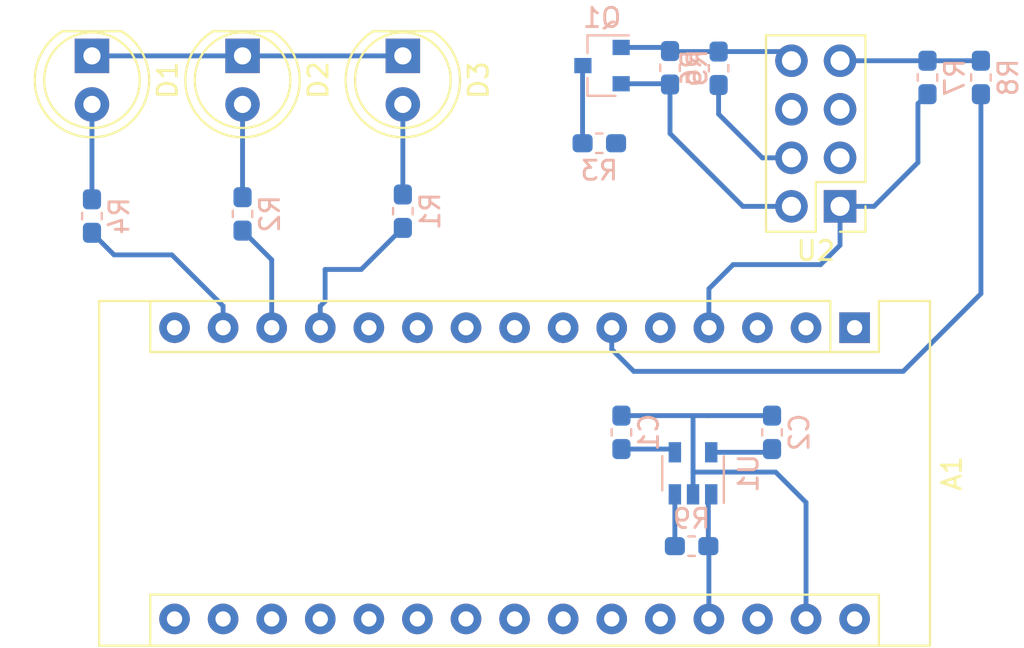
<source format=kicad_pcb>
(kicad_pcb (version 20171130) (host pcbnew "(5.1.0)-1")

  (general
    (thickness 1.6)
    (drawings 0)
    (tracks 67)
    (zones 0)
    (modules 18)
    (nets 42)
  )

  (page A4)
  (layers
    (0 F.Cu signal)
    (31 B.Cu signal)
    (32 B.Adhes user)
    (33 F.Adhes user)
    (34 B.Paste user)
    (35 F.Paste user)
    (36 B.SilkS user)
    (37 F.SilkS user)
    (38 B.Mask user)
    (39 F.Mask user)
    (40 Dwgs.User user)
    (41 Cmts.User user)
    (42 Eco1.User user)
    (43 Eco2.User user)
    (44 Edge.Cuts user)
    (45 Margin user)
    (46 B.CrtYd user)
    (47 F.CrtYd user)
    (48 B.Fab user)
    (49 F.Fab user)
  )

  (setup
    (last_trace_width 0.254)
    (user_trace_width 0.254)
    (trace_clearance 0.2)
    (zone_clearance 0.508)
    (zone_45_only no)
    (trace_min 0.2)
    (via_size 0.8)
    (via_drill 0.4)
    (via_min_size 0.4)
    (via_min_drill 0.3)
    (uvia_size 0.3)
    (uvia_drill 0.1)
    (uvias_allowed no)
    (uvia_min_size 0.2)
    (uvia_min_drill 0.1)
    (edge_width 0.05)
    (segment_width 0.2)
    (pcb_text_width 0.3)
    (pcb_text_size 1.5 1.5)
    (mod_edge_width 0.12)
    (mod_text_size 1 1)
    (mod_text_width 0.15)
    (pad_size 1.524 1.524)
    (pad_drill 0.762)
    (pad_to_mask_clearance 0.051)
    (solder_mask_min_width 0.25)
    (aux_axis_origin 0 0)
    (visible_elements 7FFFFFFF)
    (pcbplotparams
      (layerselection 0x010fc_ffffffff)
      (usegerberextensions false)
      (usegerberattributes false)
      (usegerberadvancedattributes false)
      (creategerberjobfile false)
      (excludeedgelayer true)
      (linewidth 0.100000)
      (plotframeref false)
      (viasonmask false)
      (mode 1)
      (useauxorigin false)
      (hpglpennumber 1)
      (hpglpenspeed 20)
      (hpglpendiameter 15.000000)
      (psnegative false)
      (psa4output false)
      (plotreference true)
      (plotvalue true)
      (plotinvisibletext false)
      (padsonsilk false)
      (subtractmaskfromsilk false)
      (outputformat 1)
      (mirror false)
      (drillshape 1)
      (scaleselection 1)
      (outputdirectory ""))
  )

  (net 0 "")
  (net 1 A_TX)
  (net 2 "Net-(A1-Pad17)")
  (net 3 A_RX)
  (net 4 "Net-(A1-Pad18)")
  (net 5 "Net-(A1-Pad3)")
  (net 6 "Net-(A1-Pad19)")
  (net 7 GND)
  (net 8 "Net-(A1-Pad20)")
  (net 9 "Net-(A1-Pad21)")
  (net 10 "Net-(A1-Pad22)")
  (net 11 "Net-(A1-Pad7)")
  (net 12 "Net-(A1-Pad23)")
  (net 13 "Net-(A1-Pad8)")
  (net 14 "Net-(A1-Pad24)")
  (net 15 "Net-(A1-Pad9)")
  (net 16 "Net-(A1-Pad25)")
  (net 17 "Net-(A1-Pad10)")
  (net 18 "Net-(A1-Pad26)")
  (net 19 "Net-(A1-Pad11)")
  (net 20 5V0)
  (net 21 "Net-(A1-Pad12)")
  (net 22 "Net-(A1-Pad28)")
  (net 23 "Net-(A1-Pad13)")
  (net 24 "Net-(A1-Pad14)")
  (net 25 "Net-(A1-Pad30)")
  (net 26 "Net-(A1-Pad15)")
  (net 27 "Net-(A1-Pad16)")
  (net 28 "Net-(C1-Pad1)")
  (net 29 3V3)
  (net 30 "Net-(D1-Pad2)")
  (net 31 "Net-(D2-Pad2)")
  (net 32 "Net-(D3-Pad2)")
  (net 33 "Net-(Q1-Pad2)")
  (net 34 "Net-(R6-Pad2)")
  (net 35 "Net-(R7-Pad2)")
  (net 36 "Net-(U2-Pad3)")
  (net 37 "Net-(U2-Pad5)")
  (net 38 "Net-(U2-Pad6)")
  (net 39 "Net-(A1-Pad1)")
  (net 40 "Net-(A1-Pad2)")
  (net 41 "Net-(R9-Pad2)")

  (net_class Default "This is the default net class."
    (clearance 0.2)
    (trace_width 0.25)
    (via_dia 0.8)
    (via_drill 0.4)
    (uvia_dia 0.3)
    (uvia_drill 0.1)
    (add_net 3V3)
    (add_net 5V0)
    (add_net A_RX)
    (add_net A_TX)
    (add_net GND)
    (add_net "Net-(A1-Pad1)")
    (add_net "Net-(A1-Pad10)")
    (add_net "Net-(A1-Pad11)")
    (add_net "Net-(A1-Pad12)")
    (add_net "Net-(A1-Pad13)")
    (add_net "Net-(A1-Pad14)")
    (add_net "Net-(A1-Pad15)")
    (add_net "Net-(A1-Pad16)")
    (add_net "Net-(A1-Pad17)")
    (add_net "Net-(A1-Pad18)")
    (add_net "Net-(A1-Pad19)")
    (add_net "Net-(A1-Pad2)")
    (add_net "Net-(A1-Pad20)")
    (add_net "Net-(A1-Pad21)")
    (add_net "Net-(A1-Pad22)")
    (add_net "Net-(A1-Pad23)")
    (add_net "Net-(A1-Pad24)")
    (add_net "Net-(A1-Pad25)")
    (add_net "Net-(A1-Pad26)")
    (add_net "Net-(A1-Pad28)")
    (add_net "Net-(A1-Pad3)")
    (add_net "Net-(A1-Pad30)")
    (add_net "Net-(A1-Pad7)")
    (add_net "Net-(A1-Pad8)")
    (add_net "Net-(A1-Pad9)")
    (add_net "Net-(C1-Pad1)")
    (add_net "Net-(D1-Pad2)")
    (add_net "Net-(D2-Pad2)")
    (add_net "Net-(D3-Pad2)")
    (add_net "Net-(Q1-Pad2)")
    (add_net "Net-(R6-Pad2)")
    (add_net "Net-(R7-Pad2)")
    (add_net "Net-(R9-Pad2)")
    (add_net "Net-(U2-Pad3)")
    (add_net "Net-(U2-Pad5)")
    (add_net "Net-(U2-Pad6)")
  )

  (module Module:Arduino_Nano (layer F.Cu) (tedit 58ACAF70) (tstamp 5E8B5071)
    (at 88.9 45.72 270)
    (descr "Arduino Nano, http://www.mouser.com/pdfdocs/Gravitech_Arduino_Nano3_0.pdf")
    (tags "Arduino Nano")
    (path /5E891207)
    (fp_text reference A1 (at 7.62 -5.08 270) (layer F.SilkS)
      (effects (font (size 1 1) (thickness 0.15)))
    )
    (fp_text value Arduino_Nano_v3.x (at 8.89 19.05) (layer F.Fab)
      (effects (font (size 1 1) (thickness 0.15)))
    )
    (fp_text user %R (at 6.35 19.05) (layer F.Fab)
      (effects (font (size 1 1) (thickness 0.15)))
    )
    (fp_line (start 1.27 1.27) (end 1.27 -1.27) (layer F.SilkS) (width 0.12))
    (fp_line (start 1.27 -1.27) (end -1.4 -1.27) (layer F.SilkS) (width 0.12))
    (fp_line (start -1.4 1.27) (end -1.4 39.5) (layer F.SilkS) (width 0.12))
    (fp_line (start -1.4 -3.94) (end -1.4 -1.27) (layer F.SilkS) (width 0.12))
    (fp_line (start 13.97 -1.27) (end 16.64 -1.27) (layer F.SilkS) (width 0.12))
    (fp_line (start 13.97 -1.27) (end 13.97 36.83) (layer F.SilkS) (width 0.12))
    (fp_line (start 13.97 36.83) (end 16.64 36.83) (layer F.SilkS) (width 0.12))
    (fp_line (start 1.27 1.27) (end -1.4 1.27) (layer F.SilkS) (width 0.12))
    (fp_line (start 1.27 1.27) (end 1.27 36.83) (layer F.SilkS) (width 0.12))
    (fp_line (start 1.27 36.83) (end -1.4 36.83) (layer F.SilkS) (width 0.12))
    (fp_line (start 3.81 31.75) (end 11.43 31.75) (layer F.Fab) (width 0.1))
    (fp_line (start 11.43 31.75) (end 11.43 41.91) (layer F.Fab) (width 0.1))
    (fp_line (start 11.43 41.91) (end 3.81 41.91) (layer F.Fab) (width 0.1))
    (fp_line (start 3.81 41.91) (end 3.81 31.75) (layer F.Fab) (width 0.1))
    (fp_line (start -1.4 39.5) (end 16.64 39.5) (layer F.SilkS) (width 0.12))
    (fp_line (start 16.64 39.5) (end 16.64 -3.94) (layer F.SilkS) (width 0.12))
    (fp_line (start 16.64 -3.94) (end -1.4 -3.94) (layer F.SilkS) (width 0.12))
    (fp_line (start 16.51 39.37) (end -1.27 39.37) (layer F.Fab) (width 0.1))
    (fp_line (start -1.27 39.37) (end -1.27 -2.54) (layer F.Fab) (width 0.1))
    (fp_line (start -1.27 -2.54) (end 0 -3.81) (layer F.Fab) (width 0.1))
    (fp_line (start 0 -3.81) (end 16.51 -3.81) (layer F.Fab) (width 0.1))
    (fp_line (start 16.51 -3.81) (end 16.51 39.37) (layer F.Fab) (width 0.1))
    (fp_line (start -1.53 -4.06) (end 16.75 -4.06) (layer F.CrtYd) (width 0.05))
    (fp_line (start -1.53 -4.06) (end -1.53 42.16) (layer F.CrtYd) (width 0.05))
    (fp_line (start 16.75 42.16) (end 16.75 -4.06) (layer F.CrtYd) (width 0.05))
    (fp_line (start 16.75 42.16) (end -1.53 42.16) (layer F.CrtYd) (width 0.05))
    (pad 1 thru_hole rect (at 0 0 270) (size 1.6 1.6) (drill 0.8) (layers *.Cu *.Mask)
      (net 39 "Net-(A1-Pad1)"))
    (pad 17 thru_hole oval (at 15.24 33.02 270) (size 1.6 1.6) (drill 0.8) (layers *.Cu *.Mask)
      (net 2 "Net-(A1-Pad17)"))
    (pad 2 thru_hole oval (at 0 2.54 270) (size 1.6 1.6) (drill 0.8) (layers *.Cu *.Mask)
      (net 40 "Net-(A1-Pad2)"))
    (pad 18 thru_hole oval (at 15.24 30.48 270) (size 1.6 1.6) (drill 0.8) (layers *.Cu *.Mask)
      (net 4 "Net-(A1-Pad18)"))
    (pad 3 thru_hole oval (at 0 5.08 270) (size 1.6 1.6) (drill 0.8) (layers *.Cu *.Mask)
      (net 5 "Net-(A1-Pad3)"))
    (pad 19 thru_hole oval (at 15.24 27.94 270) (size 1.6 1.6) (drill 0.8) (layers *.Cu *.Mask)
      (net 6 "Net-(A1-Pad19)"))
    (pad 4 thru_hole oval (at 0 7.62 270) (size 1.6 1.6) (drill 0.8) (layers *.Cu *.Mask)
      (net 7 GND))
    (pad 20 thru_hole oval (at 15.24 25.4 270) (size 1.6 1.6) (drill 0.8) (layers *.Cu *.Mask)
      (net 8 "Net-(A1-Pad20)"))
    (pad 5 thru_hole oval (at 0 10.16 270) (size 1.6 1.6) (drill 0.8) (layers *.Cu *.Mask)
      (net 3 A_RX))
    (pad 21 thru_hole oval (at 15.24 22.86 270) (size 1.6 1.6) (drill 0.8) (layers *.Cu *.Mask)
      (net 9 "Net-(A1-Pad21)"))
    (pad 6 thru_hole oval (at 0 12.7 270) (size 1.6 1.6) (drill 0.8) (layers *.Cu *.Mask)
      (net 1 A_TX))
    (pad 22 thru_hole oval (at 15.24 20.32 270) (size 1.6 1.6) (drill 0.8) (layers *.Cu *.Mask)
      (net 10 "Net-(A1-Pad22)"))
    (pad 7 thru_hole oval (at 0 15.24 270) (size 1.6 1.6) (drill 0.8) (layers *.Cu *.Mask)
      (net 11 "Net-(A1-Pad7)"))
    (pad 23 thru_hole oval (at 15.24 17.78 270) (size 1.6 1.6) (drill 0.8) (layers *.Cu *.Mask)
      (net 12 "Net-(A1-Pad23)"))
    (pad 8 thru_hole oval (at 0 17.78 270) (size 1.6 1.6) (drill 0.8) (layers *.Cu *.Mask)
      (net 13 "Net-(A1-Pad8)"))
    (pad 24 thru_hole oval (at 15.24 15.24 270) (size 1.6 1.6) (drill 0.8) (layers *.Cu *.Mask)
      (net 14 "Net-(A1-Pad24)"))
    (pad 9 thru_hole oval (at 0 20.32 270) (size 1.6 1.6) (drill 0.8) (layers *.Cu *.Mask)
      (net 15 "Net-(A1-Pad9)"))
    (pad 25 thru_hole oval (at 15.24 12.7 270) (size 1.6 1.6) (drill 0.8) (layers *.Cu *.Mask)
      (net 16 "Net-(A1-Pad25)"))
    (pad 10 thru_hole oval (at 0 22.86 270) (size 1.6 1.6) (drill 0.8) (layers *.Cu *.Mask)
      (net 17 "Net-(A1-Pad10)"))
    (pad 26 thru_hole oval (at 15.24 10.16 270) (size 1.6 1.6) (drill 0.8) (layers *.Cu *.Mask)
      (net 18 "Net-(A1-Pad26)"))
    (pad 11 thru_hole oval (at 0 25.4 270) (size 1.6 1.6) (drill 0.8) (layers *.Cu *.Mask)
      (net 19 "Net-(A1-Pad11)"))
    (pad 27 thru_hole oval (at 15.24 7.62 270) (size 1.6 1.6) (drill 0.8) (layers *.Cu *.Mask)
      (net 20 5V0))
    (pad 12 thru_hole oval (at 0 27.94 270) (size 1.6 1.6) (drill 0.8) (layers *.Cu *.Mask)
      (net 21 "Net-(A1-Pad12)"))
    (pad 28 thru_hole oval (at 15.24 5.08 270) (size 1.6 1.6) (drill 0.8) (layers *.Cu *.Mask)
      (net 22 "Net-(A1-Pad28)"))
    (pad 13 thru_hole oval (at 0 30.48 270) (size 1.6 1.6) (drill 0.8) (layers *.Cu *.Mask)
      (net 23 "Net-(A1-Pad13)"))
    (pad 29 thru_hole oval (at 15.24 2.54 270) (size 1.6 1.6) (drill 0.8) (layers *.Cu *.Mask)
      (net 7 GND))
    (pad 14 thru_hole oval (at 0 33.02 270) (size 1.6 1.6) (drill 0.8) (layers *.Cu *.Mask)
      (net 24 "Net-(A1-Pad14)"))
    (pad 30 thru_hole oval (at 15.24 0 270) (size 1.6 1.6) (drill 0.8) (layers *.Cu *.Mask)
      (net 25 "Net-(A1-Pad30)"))
    (pad 15 thru_hole oval (at 0 35.56 270) (size 1.6 1.6) (drill 0.8) (layers *.Cu *.Mask)
      (net 26 "Net-(A1-Pad15)"))
    (pad 16 thru_hole oval (at 15.24 35.56 270) (size 1.6 1.6) (drill 0.8) (layers *.Cu *.Mask)
      (net 27 "Net-(A1-Pad16)"))
    (model ${KISYS3DMOD}/Module.3dshapes/Arduino_Nano_WithMountingHoles.wrl
      (at (xyz 0 0 0))
      (scale (xyz 1 1 1))
      (rotate (xyz 0 0 0))
    )
  )

  (module Capacitor_SMD:C_0603_1608Metric_Pad1.05x0.95mm_HandSolder (layer B.Cu) (tedit 5B301BBE) (tstamp 5E8B5082)
    (at 76.708 51.195 90)
    (descr "Capacitor SMD 0603 (1608 Metric), square (rectangular) end terminal, IPC_7351 nominal with elongated pad for handsoldering. (Body size source: http://www.tortai-tech.com/upload/download/2011102023233369053.pdf), generated with kicad-footprint-generator")
    (tags "capacitor handsolder")
    (path /5E8AD169)
    (attr smd)
    (fp_text reference C1 (at 0 1.43 90) (layer B.SilkS)
      (effects (font (size 1 1) (thickness 0.15)) (justify mirror))
    )
    (fp_text value 470p (at 0 -1.43 90) (layer B.Fab)
      (effects (font (size 1 1) (thickness 0.15)) (justify mirror))
    )
    (fp_text user %R (at 0 0 90) (layer B.Fab)
      (effects (font (size 0.4 0.4) (thickness 0.06)) (justify mirror))
    )
    (fp_line (start 1.65 -0.73) (end -1.65 -0.73) (layer B.CrtYd) (width 0.05))
    (fp_line (start 1.65 0.73) (end 1.65 -0.73) (layer B.CrtYd) (width 0.05))
    (fp_line (start -1.65 0.73) (end 1.65 0.73) (layer B.CrtYd) (width 0.05))
    (fp_line (start -1.65 -0.73) (end -1.65 0.73) (layer B.CrtYd) (width 0.05))
    (fp_line (start -0.171267 -0.51) (end 0.171267 -0.51) (layer B.SilkS) (width 0.12))
    (fp_line (start -0.171267 0.51) (end 0.171267 0.51) (layer B.SilkS) (width 0.12))
    (fp_line (start 0.8 -0.4) (end -0.8 -0.4) (layer B.Fab) (width 0.1))
    (fp_line (start 0.8 0.4) (end 0.8 -0.4) (layer B.Fab) (width 0.1))
    (fp_line (start -0.8 0.4) (end 0.8 0.4) (layer B.Fab) (width 0.1))
    (fp_line (start -0.8 -0.4) (end -0.8 0.4) (layer B.Fab) (width 0.1))
    (pad 2 smd roundrect (at 0.875 0 90) (size 1.05 0.95) (layers B.Cu B.Paste B.Mask) (roundrect_rratio 0.25)
      (net 7 GND))
    (pad 1 smd roundrect (at -0.875 0 90) (size 1.05 0.95) (layers B.Cu B.Paste B.Mask) (roundrect_rratio 0.25)
      (net 28 "Net-(C1-Pad1)"))
    (model ${KISYS3DMOD}/Capacitor_SMD.3dshapes/C_0603_1608Metric.wrl
      (at (xyz 0 0 0))
      (scale (xyz 1 1 1))
      (rotate (xyz 0 0 0))
    )
  )

  (module Capacitor_SMD:C_0603_1608Metric_Pad1.05x0.95mm_HandSolder (layer B.Cu) (tedit 5B301BBE) (tstamp 5E8B691D)
    (at 84.582 51.195 90)
    (descr "Capacitor SMD 0603 (1608 Metric), square (rectangular) end terminal, IPC_7351 nominal with elongated pad for handsoldering. (Body size source: http://www.tortai-tech.com/upload/download/2011102023233369053.pdf), generated with kicad-footprint-generator")
    (tags "capacitor handsolder")
    (path /5E8ADF31)
    (attr smd)
    (fp_text reference C2 (at 0 1.43 90) (layer B.SilkS)
      (effects (font (size 1 1) (thickness 0.15)) (justify mirror))
    )
    (fp_text value 2u2 (at 0 -1.43 90) (layer B.Fab)
      (effects (font (size 1 1) (thickness 0.15)) (justify mirror))
    )
    (fp_line (start -0.8 -0.4) (end -0.8 0.4) (layer B.Fab) (width 0.1))
    (fp_line (start -0.8 0.4) (end 0.8 0.4) (layer B.Fab) (width 0.1))
    (fp_line (start 0.8 0.4) (end 0.8 -0.4) (layer B.Fab) (width 0.1))
    (fp_line (start 0.8 -0.4) (end -0.8 -0.4) (layer B.Fab) (width 0.1))
    (fp_line (start -0.171267 0.51) (end 0.171267 0.51) (layer B.SilkS) (width 0.12))
    (fp_line (start -0.171267 -0.51) (end 0.171267 -0.51) (layer B.SilkS) (width 0.12))
    (fp_line (start -1.65 -0.73) (end -1.65 0.73) (layer B.CrtYd) (width 0.05))
    (fp_line (start -1.65 0.73) (end 1.65 0.73) (layer B.CrtYd) (width 0.05))
    (fp_line (start 1.65 0.73) (end 1.65 -0.73) (layer B.CrtYd) (width 0.05))
    (fp_line (start 1.65 -0.73) (end -1.65 -0.73) (layer B.CrtYd) (width 0.05))
    (fp_text user %R (at 0 0 90) (layer B.Fab)
      (effects (font (size 0.4 0.4) (thickness 0.06)) (justify mirror))
    )
    (pad 1 smd roundrect (at -0.875 0 90) (size 1.05 0.95) (layers B.Cu B.Paste B.Mask) (roundrect_rratio 0.25)
      (net 29 3V3))
    (pad 2 smd roundrect (at 0.875 0 90) (size 1.05 0.95) (layers B.Cu B.Paste B.Mask) (roundrect_rratio 0.25)
      (net 7 GND))
    (model ${KISYS3DMOD}/Capacitor_SMD.3dshapes/C_0603_1608Metric.wrl
      (at (xyz 0 0 0))
      (scale (xyz 1 1 1))
      (rotate (xyz 0 0 0))
    )
  )

  (module LED_THT:LED_D5.0mm (layer F.Cu) (tedit 5995936A) (tstamp 5E8B50A5)
    (at 49.022 31.496 270)
    (descr "LED, diameter 5.0mm, 2 pins, http://cdn-reichelt.de/documents/datenblatt/A500/LL-504BC2E-009.pdf")
    (tags "LED diameter 5.0mm 2 pins")
    (path /5E8C5F3E)
    (fp_text reference D1 (at 1.27 -3.96 270) (layer F.SilkS)
      (effects (font (size 1 1) (thickness 0.15)))
    )
    (fp_text value blue (at 1.27 3.96 270) (layer F.Fab)
      (effects (font (size 1 1) (thickness 0.15)))
    )
    (fp_arc (start 1.27 0) (end -1.23 -1.469694) (angle 299.1) (layer F.Fab) (width 0.1))
    (fp_arc (start 1.27 0) (end -1.29 -1.54483) (angle 148.9) (layer F.SilkS) (width 0.12))
    (fp_arc (start 1.27 0) (end -1.29 1.54483) (angle -148.9) (layer F.SilkS) (width 0.12))
    (fp_circle (center 1.27 0) (end 3.77 0) (layer F.Fab) (width 0.1))
    (fp_circle (center 1.27 0) (end 3.77 0) (layer F.SilkS) (width 0.12))
    (fp_line (start -1.23 -1.469694) (end -1.23 1.469694) (layer F.Fab) (width 0.1))
    (fp_line (start -1.29 -1.545) (end -1.29 1.545) (layer F.SilkS) (width 0.12))
    (fp_line (start -1.95 -3.25) (end -1.95 3.25) (layer F.CrtYd) (width 0.05))
    (fp_line (start -1.95 3.25) (end 4.5 3.25) (layer F.CrtYd) (width 0.05))
    (fp_line (start 4.5 3.25) (end 4.5 -3.25) (layer F.CrtYd) (width 0.05))
    (fp_line (start 4.5 -3.25) (end -1.95 -3.25) (layer F.CrtYd) (width 0.05))
    (fp_text user %R (at 1.25 0 270) (layer F.Fab)
      (effects (font (size 0.8 0.8) (thickness 0.2)))
    )
    (pad 1 thru_hole rect (at 0 0 270) (size 1.8 1.8) (drill 0.9) (layers *.Cu *.Mask)
      (net 7 GND))
    (pad 2 thru_hole circle (at 2.54 0 270) (size 1.8 1.8) (drill 0.9) (layers *.Cu *.Mask)
      (net 30 "Net-(D1-Pad2)"))
    (model ${KISYS3DMOD}/LED_THT.3dshapes/LED_D5.0mm.wrl
      (at (xyz 0 0 0))
      (scale (xyz 1 1 1))
      (rotate (xyz 0 0 0))
    )
  )

  (module LED_THT:LED_D5.0mm (layer F.Cu) (tedit 5995936A) (tstamp 5E8B6FFF)
    (at 56.896 31.496 270)
    (descr "LED, diameter 5.0mm, 2 pins, http://cdn-reichelt.de/documents/datenblatt/A500/LL-504BC2E-009.pdf")
    (tags "LED diameter 5.0mm 2 pins")
    (path /5E8C6716)
    (fp_text reference D2 (at 1.27 -3.96 270) (layer F.SilkS)
      (effects (font (size 1 1) (thickness 0.15)))
    )
    (fp_text value YELLOW (at 1.27 3.96 270) (layer F.Fab)
      (effects (font (size 1 1) (thickness 0.15)))
    )
    (fp_text user %R (at 1.25 0 270) (layer F.Fab)
      (effects (font (size 0.8 0.8) (thickness 0.2)))
    )
    (fp_line (start 4.5 -3.25) (end -1.95 -3.25) (layer F.CrtYd) (width 0.05))
    (fp_line (start 4.5 3.25) (end 4.5 -3.25) (layer F.CrtYd) (width 0.05))
    (fp_line (start -1.95 3.25) (end 4.5 3.25) (layer F.CrtYd) (width 0.05))
    (fp_line (start -1.95 -3.25) (end -1.95 3.25) (layer F.CrtYd) (width 0.05))
    (fp_line (start -1.29 -1.545) (end -1.29 1.545) (layer F.SilkS) (width 0.12))
    (fp_line (start -1.23 -1.469694) (end -1.23 1.469694) (layer F.Fab) (width 0.1))
    (fp_circle (center 1.27 0) (end 3.77 0) (layer F.SilkS) (width 0.12))
    (fp_circle (center 1.27 0) (end 3.77 0) (layer F.Fab) (width 0.1))
    (fp_arc (start 1.27 0) (end -1.29 1.54483) (angle -148.9) (layer F.SilkS) (width 0.12))
    (fp_arc (start 1.27 0) (end -1.29 -1.54483) (angle 148.9) (layer F.SilkS) (width 0.12))
    (fp_arc (start 1.27 0) (end -1.23 -1.469694) (angle 299.1) (layer F.Fab) (width 0.1))
    (pad 2 thru_hole circle (at 2.54 0 270) (size 1.8 1.8) (drill 0.9) (layers *.Cu *.Mask)
      (net 31 "Net-(D2-Pad2)"))
    (pad 1 thru_hole rect (at 0 0 270) (size 1.8 1.8) (drill 0.9) (layers *.Cu *.Mask)
      (net 7 GND))
    (model ${KISYS3DMOD}/LED_THT.3dshapes/LED_D5.0mm.wrl
      (at (xyz 0 0 0))
      (scale (xyz 1 1 1))
      (rotate (xyz 0 0 0))
    )
  )

  (module LED_THT:LED_D5.0mm (layer F.Cu) (tedit 5995936A) (tstamp 5E8B7056)
    (at 65.278 31.496 270)
    (descr "LED, diameter 5.0mm, 2 pins, http://cdn-reichelt.de/documents/datenblatt/A500/LL-504BC2E-009.pdf")
    (tags "LED diameter 5.0mm 2 pins")
    (path /5E8C6BB3)
    (fp_text reference D3 (at 1.27 -3.96 270) (layer F.SilkS)
      (effects (font (size 1 1) (thickness 0.15)))
    )
    (fp_text value RED (at 1.27 3.96 270) (layer F.Fab)
      (effects (font (size 1 1) (thickness 0.15)))
    )
    (fp_arc (start 1.27 0) (end -1.23 -1.469694) (angle 299.1) (layer F.Fab) (width 0.1))
    (fp_arc (start 1.27 0) (end -1.29 -1.54483) (angle 148.9) (layer F.SilkS) (width 0.12))
    (fp_arc (start 1.27 0) (end -1.29 1.54483) (angle -148.9) (layer F.SilkS) (width 0.12))
    (fp_circle (center 1.27 0) (end 3.77 0) (layer F.Fab) (width 0.1))
    (fp_circle (center 1.27 0) (end 3.77 0) (layer F.SilkS) (width 0.12))
    (fp_line (start -1.23 -1.469694) (end -1.23 1.469694) (layer F.Fab) (width 0.1))
    (fp_line (start -1.29 -1.545) (end -1.29 1.545) (layer F.SilkS) (width 0.12))
    (fp_line (start -1.95 -3.25) (end -1.95 3.25) (layer F.CrtYd) (width 0.05))
    (fp_line (start -1.95 3.25) (end 4.5 3.25) (layer F.CrtYd) (width 0.05))
    (fp_line (start 4.5 3.25) (end 4.5 -3.25) (layer F.CrtYd) (width 0.05))
    (fp_line (start 4.5 -3.25) (end -1.95 -3.25) (layer F.CrtYd) (width 0.05))
    (fp_text user %R (at 1.25 0 270) (layer F.Fab)
      (effects (font (size 0.8 0.8) (thickness 0.2)))
    )
    (pad 1 thru_hole rect (at 0 0 270) (size 1.8 1.8) (drill 0.9) (layers *.Cu *.Mask)
      (net 7 GND))
    (pad 2 thru_hole circle (at 2.54 0 270) (size 1.8 1.8) (drill 0.9) (layers *.Cu *.Mask)
      (net 32 "Net-(D3-Pad2)"))
    (model ${KISYS3DMOD}/LED_THT.3dshapes/LED_D5.0mm.wrl
      (at (xyz 0 0 0))
      (scale (xyz 1 1 1))
      (rotate (xyz 0 0 0))
    )
  )

  (module Package_TO_SOT_SMD:SOT-23 (layer B.Cu) (tedit 5A02FF57) (tstamp 5E8B6893)
    (at 75.692 32.004 180)
    (descr "SOT-23, Standard")
    (tags SOT-23)
    (path /5E8A0F92)
    (attr smd)
    (fp_text reference Q1 (at 0 2.5 180) (layer B.SilkS)
      (effects (font (size 1 1) (thickness 0.15)) (justify mirror))
    )
    (fp_text value Q_NMOS_GSD (at 0 -2.5 180) (layer B.Fab)
      (effects (font (size 1 1) (thickness 0.15)) (justify mirror))
    )
    (fp_text user %R (at 0 0 90) (layer B.Fab)
      (effects (font (size 0.5 0.5) (thickness 0.075)) (justify mirror))
    )
    (fp_line (start -0.7 0.95) (end -0.7 -1.5) (layer B.Fab) (width 0.1))
    (fp_line (start -0.15 1.52) (end 0.7 1.52) (layer B.Fab) (width 0.1))
    (fp_line (start -0.7 0.95) (end -0.15 1.52) (layer B.Fab) (width 0.1))
    (fp_line (start 0.7 1.52) (end 0.7 -1.52) (layer B.Fab) (width 0.1))
    (fp_line (start -0.7 -1.52) (end 0.7 -1.52) (layer B.Fab) (width 0.1))
    (fp_line (start 0.76 -1.58) (end 0.76 -0.65) (layer B.SilkS) (width 0.12))
    (fp_line (start 0.76 1.58) (end 0.76 0.65) (layer B.SilkS) (width 0.12))
    (fp_line (start -1.7 1.75) (end 1.7 1.75) (layer B.CrtYd) (width 0.05))
    (fp_line (start 1.7 1.75) (end 1.7 -1.75) (layer B.CrtYd) (width 0.05))
    (fp_line (start 1.7 -1.75) (end -1.7 -1.75) (layer B.CrtYd) (width 0.05))
    (fp_line (start -1.7 -1.75) (end -1.7 1.75) (layer B.CrtYd) (width 0.05))
    (fp_line (start 0.76 1.58) (end -1.4 1.58) (layer B.SilkS) (width 0.12))
    (fp_line (start 0.76 -1.58) (end -0.7 -1.58) (layer B.SilkS) (width 0.12))
    (pad 1 smd rect (at -1 0.95 180) (size 0.9 0.8) (layers B.Cu B.Paste B.Mask)
      (net 29 3V3))
    (pad 2 smd rect (at -1 -0.95 180) (size 0.9 0.8) (layers B.Cu B.Paste B.Mask)
      (net 33 "Net-(Q1-Pad2)"))
    (pad 3 smd rect (at 1 0 180) (size 0.9 0.8) (layers B.Cu B.Paste B.Mask)
      (net 3 A_RX))
    (model ${KISYS3DMOD}/Package_TO_SOT_SMD.3dshapes/SOT-23.wrl
      (at (xyz 0 0 0))
      (scale (xyz 1 1 1))
      (rotate (xyz 0 0 0))
    )
  )

  (module Resistor_SMD:R_0603_1608Metric_Pad1.05x0.95mm_HandSolder (layer B.Cu) (tedit 5B301BBD) (tstamp 5E8B50EF)
    (at 65.278 39.624 90)
    (descr "Resistor SMD 0603 (1608 Metric), square (rectangular) end terminal, IPC_7351 nominal with elongated pad for handsoldering. (Body size source: http://www.tortai-tech.com/upload/download/2011102023233369053.pdf), generated with kicad-footprint-generator")
    (tags "resistor handsolder")
    (path /5E8A5B98)
    (attr smd)
    (fp_text reference R1 (at 0 1.43 90) (layer B.SilkS)
      (effects (font (size 1 1) (thickness 0.15)) (justify mirror))
    )
    (fp_text value 150 (at 0 -1.43 90) (layer B.Fab)
      (effects (font (size 1 1) (thickness 0.15)) (justify mirror))
    )
    (fp_text user %R (at 0 0 90) (layer B.Fab)
      (effects (font (size 0.4 0.4) (thickness 0.06)) (justify mirror))
    )
    (fp_line (start 1.65 -0.73) (end -1.65 -0.73) (layer B.CrtYd) (width 0.05))
    (fp_line (start 1.65 0.73) (end 1.65 -0.73) (layer B.CrtYd) (width 0.05))
    (fp_line (start -1.65 0.73) (end 1.65 0.73) (layer B.CrtYd) (width 0.05))
    (fp_line (start -1.65 -0.73) (end -1.65 0.73) (layer B.CrtYd) (width 0.05))
    (fp_line (start -0.171267 -0.51) (end 0.171267 -0.51) (layer B.SilkS) (width 0.12))
    (fp_line (start -0.171267 0.51) (end 0.171267 0.51) (layer B.SilkS) (width 0.12))
    (fp_line (start 0.8 -0.4) (end -0.8 -0.4) (layer B.Fab) (width 0.1))
    (fp_line (start 0.8 0.4) (end 0.8 -0.4) (layer B.Fab) (width 0.1))
    (fp_line (start -0.8 0.4) (end 0.8 0.4) (layer B.Fab) (width 0.1))
    (fp_line (start -0.8 -0.4) (end -0.8 0.4) (layer B.Fab) (width 0.1))
    (pad 2 smd roundrect (at 0.875 0 90) (size 1.05 0.95) (layers B.Cu B.Paste B.Mask) (roundrect_rratio 0.25)
      (net 32 "Net-(D3-Pad2)"))
    (pad 1 smd roundrect (at -0.875 0 90) (size 1.05 0.95) (layers B.Cu B.Paste B.Mask) (roundrect_rratio 0.25)
      (net 21 "Net-(A1-Pad12)"))
    (model ${KISYS3DMOD}/Resistor_SMD.3dshapes/R_0603_1608Metric.wrl
      (at (xyz 0 0 0))
      (scale (xyz 1 1 1))
      (rotate (xyz 0 0 0))
    )
  )

  (module Resistor_SMD:R_0603_1608Metric_Pad1.05x0.95mm_HandSolder (layer B.Cu) (tedit 5B301BBD) (tstamp 5E8B70E1)
    (at 56.896 39.765 90)
    (descr "Resistor SMD 0603 (1608 Metric), square (rectangular) end terminal, IPC_7351 nominal with elongated pad for handsoldering. (Body size source: http://www.tortai-tech.com/upload/download/2011102023233369053.pdf), generated with kicad-footprint-generator")
    (tags "resistor handsolder")
    (path /5E8A6373)
    (attr smd)
    (fp_text reference R2 (at 0 1.43 90) (layer B.SilkS)
      (effects (font (size 1 1) (thickness 0.15)) (justify mirror))
    )
    (fp_text value 150 (at 0 -1.43 90) (layer B.Fab)
      (effects (font (size 1 1) (thickness 0.15)) (justify mirror))
    )
    (fp_line (start -0.8 -0.4) (end -0.8 0.4) (layer B.Fab) (width 0.1))
    (fp_line (start -0.8 0.4) (end 0.8 0.4) (layer B.Fab) (width 0.1))
    (fp_line (start 0.8 0.4) (end 0.8 -0.4) (layer B.Fab) (width 0.1))
    (fp_line (start 0.8 -0.4) (end -0.8 -0.4) (layer B.Fab) (width 0.1))
    (fp_line (start -0.171267 0.51) (end 0.171267 0.51) (layer B.SilkS) (width 0.12))
    (fp_line (start -0.171267 -0.51) (end 0.171267 -0.51) (layer B.SilkS) (width 0.12))
    (fp_line (start -1.65 -0.73) (end -1.65 0.73) (layer B.CrtYd) (width 0.05))
    (fp_line (start -1.65 0.73) (end 1.65 0.73) (layer B.CrtYd) (width 0.05))
    (fp_line (start 1.65 0.73) (end 1.65 -0.73) (layer B.CrtYd) (width 0.05))
    (fp_line (start 1.65 -0.73) (end -1.65 -0.73) (layer B.CrtYd) (width 0.05))
    (fp_text user %R (at 0 0 90) (layer B.Fab)
      (effects (font (size 0.4 0.4) (thickness 0.06)) (justify mirror))
    )
    (pad 1 smd roundrect (at -0.875 0 90) (size 1.05 0.95) (layers B.Cu B.Paste B.Mask) (roundrect_rratio 0.25)
      (net 23 "Net-(A1-Pad13)"))
    (pad 2 smd roundrect (at 0.875 0 90) (size 1.05 0.95) (layers B.Cu B.Paste B.Mask) (roundrect_rratio 0.25)
      (net 31 "Net-(D2-Pad2)"))
    (model ${KISYS3DMOD}/Resistor_SMD.3dshapes/R_0603_1608Metric.wrl
      (at (xyz 0 0 0))
      (scale (xyz 1 1 1))
      (rotate (xyz 0 0 0))
    )
  )

  (module Resistor_SMD:R_0603_1608Metric_Pad1.05x0.95mm_HandSolder (layer B.Cu) (tedit 5B301BBD) (tstamp 5E8B5111)
    (at 75.551 36.068)
    (descr "Resistor SMD 0603 (1608 Metric), square (rectangular) end terminal, IPC_7351 nominal with elongated pad for handsoldering. (Body size source: http://www.tortai-tech.com/upload/download/2011102023233369053.pdf), generated with kicad-footprint-generator")
    (tags "resistor handsolder")
    (path /5E8A55FD)
    (attr smd)
    (fp_text reference R3 (at 0 1.43) (layer B.SilkS)
      (effects (font (size 1 1) (thickness 0.15)) (justify mirror))
    )
    (fp_text value 10k (at 0 -1.43) (layer B.Fab)
      (effects (font (size 1 1) (thickness 0.15)) (justify mirror))
    )
    (fp_text user %R (at 0 0) (layer B.Fab)
      (effects (font (size 0.4 0.4) (thickness 0.06)) (justify mirror))
    )
    (fp_line (start 1.65 -0.73) (end -1.65 -0.73) (layer B.CrtYd) (width 0.05))
    (fp_line (start 1.65 0.73) (end 1.65 -0.73) (layer B.CrtYd) (width 0.05))
    (fp_line (start -1.65 0.73) (end 1.65 0.73) (layer B.CrtYd) (width 0.05))
    (fp_line (start -1.65 -0.73) (end -1.65 0.73) (layer B.CrtYd) (width 0.05))
    (fp_line (start -0.171267 -0.51) (end 0.171267 -0.51) (layer B.SilkS) (width 0.12))
    (fp_line (start -0.171267 0.51) (end 0.171267 0.51) (layer B.SilkS) (width 0.12))
    (fp_line (start 0.8 -0.4) (end -0.8 -0.4) (layer B.Fab) (width 0.1))
    (fp_line (start 0.8 0.4) (end 0.8 -0.4) (layer B.Fab) (width 0.1))
    (fp_line (start -0.8 0.4) (end 0.8 0.4) (layer B.Fab) (width 0.1))
    (fp_line (start -0.8 -0.4) (end -0.8 0.4) (layer B.Fab) (width 0.1))
    (pad 2 smd roundrect (at 0.875 0) (size 1.05 0.95) (layers B.Cu B.Paste B.Mask) (roundrect_rratio 0.25)
      (net 20 5V0))
    (pad 1 smd roundrect (at -0.875 0) (size 1.05 0.95) (layers B.Cu B.Paste B.Mask) (roundrect_rratio 0.25)
      (net 3 A_RX))
    (model ${KISYS3DMOD}/Resistor_SMD.3dshapes/R_0603_1608Metric.wrl
      (at (xyz 0 0 0))
      (scale (xyz 1 1 1))
      (rotate (xyz 0 0 0))
    )
  )

  (module Resistor_SMD:R_0603_1608Metric_Pad1.05x0.95mm_HandSolder (layer B.Cu) (tedit 5B301BBD) (tstamp 5E8B6F36)
    (at 49.022 39.878 90)
    (descr "Resistor SMD 0603 (1608 Metric), square (rectangular) end terminal, IPC_7351 nominal with elongated pad for handsoldering. (Body size source: http://www.tortai-tech.com/upload/download/2011102023233369053.pdf), generated with kicad-footprint-generator")
    (tags "resistor handsolder")
    (path /5E8A859D)
    (attr smd)
    (fp_text reference R4 (at 0 1.43 90) (layer B.SilkS)
      (effects (font (size 1 1) (thickness 0.15)) (justify mirror))
    )
    (fp_text value 100 (at 0 -1.43 90) (layer B.Fab)
      (effects (font (size 1 1) (thickness 0.15)) (justify mirror))
    )
    (fp_text user %R (at 0 0 90) (layer B.Fab)
      (effects (font (size 0.4 0.4) (thickness 0.06)) (justify mirror))
    )
    (fp_line (start 1.65 -0.73) (end -1.65 -0.73) (layer B.CrtYd) (width 0.05))
    (fp_line (start 1.65 0.73) (end 1.65 -0.73) (layer B.CrtYd) (width 0.05))
    (fp_line (start -1.65 0.73) (end 1.65 0.73) (layer B.CrtYd) (width 0.05))
    (fp_line (start -1.65 -0.73) (end -1.65 0.73) (layer B.CrtYd) (width 0.05))
    (fp_line (start -0.171267 -0.51) (end 0.171267 -0.51) (layer B.SilkS) (width 0.12))
    (fp_line (start -0.171267 0.51) (end 0.171267 0.51) (layer B.SilkS) (width 0.12))
    (fp_line (start 0.8 -0.4) (end -0.8 -0.4) (layer B.Fab) (width 0.1))
    (fp_line (start 0.8 0.4) (end 0.8 -0.4) (layer B.Fab) (width 0.1))
    (fp_line (start -0.8 0.4) (end 0.8 0.4) (layer B.Fab) (width 0.1))
    (fp_line (start -0.8 -0.4) (end -0.8 0.4) (layer B.Fab) (width 0.1))
    (pad 2 smd roundrect (at 0.875 0 90) (size 1.05 0.95) (layers B.Cu B.Paste B.Mask) (roundrect_rratio 0.25)
      (net 30 "Net-(D1-Pad2)"))
    (pad 1 smd roundrect (at -0.875 0 90) (size 1.05 0.95) (layers B.Cu B.Paste B.Mask) (roundrect_rratio 0.25)
      (net 24 "Net-(A1-Pad14)"))
    (model ${KISYS3DMOD}/Resistor_SMD.3dshapes/R_0603_1608Metric.wrl
      (at (xyz 0 0 0))
      (scale (xyz 1 1 1))
      (rotate (xyz 0 0 0))
    )
  )

  (module Resistor_SMD:R_0603_1608Metric_Pad1.05x0.95mm_HandSolder (layer B.Cu) (tedit 5B301BBD) (tstamp 5E8B6B7F)
    (at 79.248 32.117 90)
    (descr "Resistor SMD 0603 (1608 Metric), square (rectangular) end terminal, IPC_7351 nominal with elongated pad for handsoldering. (Body size source: http://www.tortai-tech.com/upload/download/2011102023233369053.pdf), generated with kicad-footprint-generator")
    (tags "resistor handsolder")
    (path /5E8A50E9)
    (attr smd)
    (fp_text reference R5 (at 0 1.43 90) (layer B.SilkS)
      (effects (font (size 1 1) (thickness 0.15)) (justify mirror))
    )
    (fp_text value 10k (at 0 -1.43 90) (layer B.Fab)
      (effects (font (size 1 1) (thickness 0.15)) (justify mirror))
    )
    (fp_line (start -0.8 -0.4) (end -0.8 0.4) (layer B.Fab) (width 0.1))
    (fp_line (start -0.8 0.4) (end 0.8 0.4) (layer B.Fab) (width 0.1))
    (fp_line (start 0.8 0.4) (end 0.8 -0.4) (layer B.Fab) (width 0.1))
    (fp_line (start 0.8 -0.4) (end -0.8 -0.4) (layer B.Fab) (width 0.1))
    (fp_line (start -0.171267 0.51) (end 0.171267 0.51) (layer B.SilkS) (width 0.12))
    (fp_line (start -0.171267 -0.51) (end 0.171267 -0.51) (layer B.SilkS) (width 0.12))
    (fp_line (start -1.65 -0.73) (end -1.65 0.73) (layer B.CrtYd) (width 0.05))
    (fp_line (start -1.65 0.73) (end 1.65 0.73) (layer B.CrtYd) (width 0.05))
    (fp_line (start 1.65 0.73) (end 1.65 -0.73) (layer B.CrtYd) (width 0.05))
    (fp_line (start 1.65 -0.73) (end -1.65 -0.73) (layer B.CrtYd) (width 0.05))
    (fp_text user %R (at 0 0 90) (layer B.Fab)
      (effects (font (size 0.4 0.4) (thickness 0.06)) (justify mirror))
    )
    (pad 1 smd roundrect (at -0.875 0 90) (size 1.05 0.95) (layers B.Cu B.Paste B.Mask) (roundrect_rratio 0.25)
      (net 33 "Net-(Q1-Pad2)"))
    (pad 2 smd roundrect (at 0.875 0 90) (size 1.05 0.95) (layers B.Cu B.Paste B.Mask) (roundrect_rratio 0.25)
      (net 29 3V3))
    (model ${KISYS3DMOD}/Resistor_SMD.3dshapes/R_0603_1608Metric.wrl
      (at (xyz 0 0 0))
      (scale (xyz 1 1 1))
      (rotate (xyz 0 0 0))
    )
  )

  (module Resistor_SMD:R_0603_1608Metric_Pad1.05x0.95mm_HandSolder (layer B.Cu) (tedit 5B301BBD) (tstamp 5E8B5144)
    (at 81.788 32.145 270)
    (descr "Resistor SMD 0603 (1608 Metric), square (rectangular) end terminal, IPC_7351 nominal with elongated pad for handsoldering. (Body size source: http://www.tortai-tech.com/upload/download/2011102023233369053.pdf), generated with kicad-footprint-generator")
    (tags "resistor handsolder")
    (path /5E8A8140)
    (attr smd)
    (fp_text reference R6 (at 0 1.43 270) (layer B.SilkS)
      (effects (font (size 1 1) (thickness 0.15)) (justify mirror))
    )
    (fp_text value 10k (at 0 -1.43 270) (layer B.Fab)
      (effects (font (size 1 1) (thickness 0.15)) (justify mirror))
    )
    (fp_line (start -0.8 -0.4) (end -0.8 0.4) (layer B.Fab) (width 0.1))
    (fp_line (start -0.8 0.4) (end 0.8 0.4) (layer B.Fab) (width 0.1))
    (fp_line (start 0.8 0.4) (end 0.8 -0.4) (layer B.Fab) (width 0.1))
    (fp_line (start 0.8 -0.4) (end -0.8 -0.4) (layer B.Fab) (width 0.1))
    (fp_line (start -0.171267 0.51) (end 0.171267 0.51) (layer B.SilkS) (width 0.12))
    (fp_line (start -0.171267 -0.51) (end 0.171267 -0.51) (layer B.SilkS) (width 0.12))
    (fp_line (start -1.65 -0.73) (end -1.65 0.73) (layer B.CrtYd) (width 0.05))
    (fp_line (start -1.65 0.73) (end 1.65 0.73) (layer B.CrtYd) (width 0.05))
    (fp_line (start 1.65 0.73) (end 1.65 -0.73) (layer B.CrtYd) (width 0.05))
    (fp_line (start 1.65 -0.73) (end -1.65 -0.73) (layer B.CrtYd) (width 0.05))
    (fp_text user %R (at 0 0 270) (layer B.Fab)
      (effects (font (size 0.4 0.4) (thickness 0.06)) (justify mirror))
    )
    (pad 1 smd roundrect (at -0.875 0 270) (size 1.05 0.95) (layers B.Cu B.Paste B.Mask) (roundrect_rratio 0.25)
      (net 29 3V3))
    (pad 2 smd roundrect (at 0.875 0 270) (size 1.05 0.95) (layers B.Cu B.Paste B.Mask) (roundrect_rratio 0.25)
      (net 34 "Net-(R6-Pad2)"))
    (model ${KISYS3DMOD}/Resistor_SMD.3dshapes/R_0603_1608Metric.wrl
      (at (xyz 0 0 0))
      (scale (xyz 1 1 1))
      (rotate (xyz 0 0 0))
    )
  )

  (module Resistor_SMD:R_0603_1608Metric_Pad1.05x0.95mm_HandSolder (layer B.Cu) (tedit 5B301BBD) (tstamp 5E8B613F)
    (at 92.71 32.625 90)
    (descr "Resistor SMD 0603 (1608 Metric), square (rectangular) end terminal, IPC_7351 nominal with elongated pad for handsoldering. (Body size source: http://www.tortai-tech.com/upload/download/2011102023233369053.pdf), generated with kicad-footprint-generator")
    (tags "resistor handsolder")
    (path /5E898298)
    (attr smd)
    (fp_text reference R7 (at 0 1.43 90) (layer B.SilkS)
      (effects (font (size 1 1) (thickness 0.15)) (justify mirror))
    )
    (fp_text value 1k8 (at 0 -1.43 90) (layer B.Fab)
      (effects (font (size 1 1) (thickness 0.15)) (justify mirror))
    )
    (fp_text user %R (at 0 0 90) (layer B.Fab)
      (effects (font (size 0.4 0.4) (thickness 0.06)) (justify mirror))
    )
    (fp_line (start 1.65 -0.73) (end -1.65 -0.73) (layer B.CrtYd) (width 0.05))
    (fp_line (start 1.65 0.73) (end 1.65 -0.73) (layer B.CrtYd) (width 0.05))
    (fp_line (start -1.65 0.73) (end 1.65 0.73) (layer B.CrtYd) (width 0.05))
    (fp_line (start -1.65 -0.73) (end -1.65 0.73) (layer B.CrtYd) (width 0.05))
    (fp_line (start -0.171267 -0.51) (end 0.171267 -0.51) (layer B.SilkS) (width 0.12))
    (fp_line (start -0.171267 0.51) (end 0.171267 0.51) (layer B.SilkS) (width 0.12))
    (fp_line (start 0.8 -0.4) (end -0.8 -0.4) (layer B.Fab) (width 0.1))
    (fp_line (start 0.8 0.4) (end 0.8 -0.4) (layer B.Fab) (width 0.1))
    (fp_line (start -0.8 0.4) (end 0.8 0.4) (layer B.Fab) (width 0.1))
    (fp_line (start -0.8 -0.4) (end -0.8 0.4) (layer B.Fab) (width 0.1))
    (pad 2 smd roundrect (at 0.875 0 90) (size 1.05 0.95) (layers B.Cu B.Paste B.Mask) (roundrect_rratio 0.25)
      (net 35 "Net-(R7-Pad2)"))
    (pad 1 smd roundrect (at -0.875 0 90) (size 1.05 0.95) (layers B.Cu B.Paste B.Mask) (roundrect_rratio 0.25)
      (net 7 GND))
    (model ${KISYS3DMOD}/Resistor_SMD.3dshapes/R_0603_1608Metric.wrl
      (at (xyz 0 0 0))
      (scale (xyz 1 1 1))
      (rotate (xyz 0 0 0))
    )
  )

  (module Resistor_SMD:R_0603_1608Metric_Pad1.05x0.95mm_HandSolder (layer B.Cu) (tedit 5B301BBD) (tstamp 5E8B5F0C)
    (at 95.504 32.625 90)
    (descr "Resistor SMD 0603 (1608 Metric), square (rectangular) end terminal, IPC_7351 nominal with elongated pad for handsoldering. (Body size source: http://www.tortai-tech.com/upload/download/2011102023233369053.pdf), generated with kicad-footprint-generator")
    (tags "resistor handsolder")
    (path /5E8976C3)
    (attr smd)
    (fp_text reference R8 (at 0 1.43 90) (layer B.SilkS)
      (effects (font (size 1 1) (thickness 0.15)) (justify mirror))
    )
    (fp_text value 1k (at 0 -1.43 90) (layer B.Fab)
      (effects (font (size 1 1) (thickness 0.15)) (justify mirror))
    )
    (fp_line (start -0.8 -0.4) (end -0.8 0.4) (layer B.Fab) (width 0.1))
    (fp_line (start -0.8 0.4) (end 0.8 0.4) (layer B.Fab) (width 0.1))
    (fp_line (start 0.8 0.4) (end 0.8 -0.4) (layer B.Fab) (width 0.1))
    (fp_line (start 0.8 -0.4) (end -0.8 -0.4) (layer B.Fab) (width 0.1))
    (fp_line (start -0.171267 0.51) (end 0.171267 0.51) (layer B.SilkS) (width 0.12))
    (fp_line (start -0.171267 -0.51) (end 0.171267 -0.51) (layer B.SilkS) (width 0.12))
    (fp_line (start -1.65 -0.73) (end -1.65 0.73) (layer B.CrtYd) (width 0.05))
    (fp_line (start -1.65 0.73) (end 1.65 0.73) (layer B.CrtYd) (width 0.05))
    (fp_line (start 1.65 0.73) (end 1.65 -0.73) (layer B.CrtYd) (width 0.05))
    (fp_line (start 1.65 -0.73) (end -1.65 -0.73) (layer B.CrtYd) (width 0.05))
    (fp_text user %R (at 0 0 90) (layer B.Fab)
      (effects (font (size 0.4 0.4) (thickness 0.06)) (justify mirror))
    )
    (pad 1 smd roundrect (at -0.875 0 90) (size 1.05 0.95) (layers B.Cu B.Paste B.Mask) (roundrect_rratio 0.25)
      (net 1 A_TX))
    (pad 2 smd roundrect (at 0.875 0 90) (size 1.05 0.95) (layers B.Cu B.Paste B.Mask) (roundrect_rratio 0.25)
      (net 35 "Net-(R7-Pad2)"))
    (model ${KISYS3DMOD}/Resistor_SMD.3dshapes/R_0603_1608Metric.wrl
      (at (xyz 0 0 0))
      (scale (xyz 1 1 1))
      (rotate (xyz 0 0 0))
    )
  )

  (module Package_TO_SOT_SMD:SOT-23-5 (layer B.Cu) (tedit 5A02FF57) (tstamp 5E8B5DB0)
    (at 80.452 53.34 90)
    (descr "5-pin SOT23 package")
    (tags SOT-23-5)
    (path /5E8A9978)
    (attr smd)
    (fp_text reference U1 (at 0 2.9 90) (layer B.SilkS)
      (effects (font (size 1 1) (thickness 0.15)) (justify mirror))
    )
    (fp_text value MIC5219-3.3YM5 (at 0 -2.9 90) (layer B.Fab)
      (effects (font (size 1 1) (thickness 0.15)) (justify mirror))
    )
    (fp_text user %R (at 0 0) (layer B.Fab)
      (effects (font (size 0.5 0.5) (thickness 0.075)) (justify mirror))
    )
    (fp_line (start -0.9 -1.61) (end 0.9 -1.61) (layer B.SilkS) (width 0.12))
    (fp_line (start 0.9 1.61) (end -1.55 1.61) (layer B.SilkS) (width 0.12))
    (fp_line (start -1.9 1.8) (end 1.9 1.8) (layer B.CrtYd) (width 0.05))
    (fp_line (start 1.9 1.8) (end 1.9 -1.8) (layer B.CrtYd) (width 0.05))
    (fp_line (start 1.9 -1.8) (end -1.9 -1.8) (layer B.CrtYd) (width 0.05))
    (fp_line (start -1.9 -1.8) (end -1.9 1.8) (layer B.CrtYd) (width 0.05))
    (fp_line (start -0.9 0.9) (end -0.25 1.55) (layer B.Fab) (width 0.1))
    (fp_line (start 0.9 1.55) (end -0.25 1.55) (layer B.Fab) (width 0.1))
    (fp_line (start -0.9 0.9) (end -0.9 -1.55) (layer B.Fab) (width 0.1))
    (fp_line (start 0.9 -1.55) (end -0.9 -1.55) (layer B.Fab) (width 0.1))
    (fp_line (start 0.9 1.55) (end 0.9 -1.55) (layer B.Fab) (width 0.1))
    (pad 1 smd rect (at -1.1 0.95 90) (size 1.06 0.65) (layers B.Cu B.Paste B.Mask)
      (net 20 5V0))
    (pad 2 smd rect (at -1.1 0 90) (size 1.06 0.65) (layers B.Cu B.Paste B.Mask)
      (net 7 GND))
    (pad 3 smd rect (at -1.1 -0.95 90) (size 1.06 0.65) (layers B.Cu B.Paste B.Mask)
      (net 41 "Net-(R9-Pad2)"))
    (pad 4 smd rect (at 1.1 -0.95 90) (size 1.06 0.65) (layers B.Cu B.Paste B.Mask)
      (net 28 "Net-(C1-Pad1)"))
    (pad 5 smd rect (at 1.1 0.95 90) (size 1.06 0.65) (layers B.Cu B.Paste B.Mask)
      (net 29 3V3))
    (model ${KISYS3DMOD}/Package_TO_SOT_SMD.3dshapes/SOT-23-5.wrl
      (at (xyz 0 0 0))
      (scale (xyz 1 1 1))
      (rotate (xyz 0 0 0))
    )
  )

  (module Connector_PinHeader_2.54mm:PinHeader_2x04_P2.54mm_Vertical (layer F.Cu) (tedit 59FED5CC) (tstamp 5E8B6EC8)
    (at 88.138 39.37 180)
    (descr "Through hole straight pin header, 2x04, 2.54mm pitch, double rows")
    (tags "Through hole pin header THT 2x04 2.54mm double row")
    (path /5E891B51)
    (fp_text reference U2 (at 1.27 -2.33 180) (layer F.SilkS)
      (effects (font (size 1 1) (thickness 0.15)))
    )
    (fp_text value ESP8266 (at 1.27 9.95 180) (layer F.Fab)
      (effects (font (size 1 1) (thickness 0.15)))
    )
    (fp_line (start 0 -1.27) (end 3.81 -1.27) (layer F.Fab) (width 0.1))
    (fp_line (start 3.81 -1.27) (end 3.81 8.89) (layer F.Fab) (width 0.1))
    (fp_line (start 3.81 8.89) (end -1.27 8.89) (layer F.Fab) (width 0.1))
    (fp_line (start -1.27 8.89) (end -1.27 0) (layer F.Fab) (width 0.1))
    (fp_line (start -1.27 0) (end 0 -1.27) (layer F.Fab) (width 0.1))
    (fp_line (start -1.33 8.95) (end 3.87 8.95) (layer F.SilkS) (width 0.12))
    (fp_line (start -1.33 1.27) (end -1.33 8.95) (layer F.SilkS) (width 0.12))
    (fp_line (start 3.87 -1.33) (end 3.87 8.95) (layer F.SilkS) (width 0.12))
    (fp_line (start -1.33 1.27) (end 1.27 1.27) (layer F.SilkS) (width 0.12))
    (fp_line (start 1.27 1.27) (end 1.27 -1.33) (layer F.SilkS) (width 0.12))
    (fp_line (start 1.27 -1.33) (end 3.87 -1.33) (layer F.SilkS) (width 0.12))
    (fp_line (start -1.33 0) (end -1.33 -1.33) (layer F.SilkS) (width 0.12))
    (fp_line (start -1.33 -1.33) (end 0 -1.33) (layer F.SilkS) (width 0.12))
    (fp_line (start -1.8 -1.8) (end -1.8 9.4) (layer F.CrtYd) (width 0.05))
    (fp_line (start -1.8 9.4) (end 4.35 9.4) (layer F.CrtYd) (width 0.05))
    (fp_line (start 4.35 9.4) (end 4.35 -1.8) (layer F.CrtYd) (width 0.05))
    (fp_line (start 4.35 -1.8) (end -1.8 -1.8) (layer F.CrtYd) (width 0.05))
    (fp_text user %R (at 1.27 3.81 270) (layer F.Fab)
      (effects (font (size 1 1) (thickness 0.15)))
    )
    (pad 1 thru_hole rect (at 0 0 180) (size 1.7 1.7) (drill 1) (layers *.Cu *.Mask)
      (net 7 GND))
    (pad 2 thru_hole oval (at 2.54 0 180) (size 1.7 1.7) (drill 1) (layers *.Cu *.Mask)
      (net 33 "Net-(Q1-Pad2)"))
    (pad 3 thru_hole oval (at 0 2.54 180) (size 1.7 1.7) (drill 1) (layers *.Cu *.Mask)
      (net 36 "Net-(U2-Pad3)"))
    (pad 4 thru_hole oval (at 2.54 2.54 180) (size 1.7 1.7) (drill 1) (layers *.Cu *.Mask)
      (net 34 "Net-(R6-Pad2)"))
    (pad 5 thru_hole oval (at 0 5.08 180) (size 1.7 1.7) (drill 1) (layers *.Cu *.Mask)
      (net 37 "Net-(U2-Pad5)"))
    (pad 6 thru_hole oval (at 2.54 5.08 180) (size 1.7 1.7) (drill 1) (layers *.Cu *.Mask)
      (net 38 "Net-(U2-Pad6)"))
    (pad 7 thru_hole oval (at 0 7.62 180) (size 1.7 1.7) (drill 1) (layers *.Cu *.Mask)
      (net 35 "Net-(R7-Pad2)"))
    (pad 8 thru_hole oval (at 2.54 7.62 180) (size 1.7 1.7) (drill 1) (layers *.Cu *.Mask)
      (net 29 3V3))
    (model ${KISYS3DMOD}/Connector_PinHeader_2.54mm.3dshapes/PinHeader_2x04_P2.54mm_Vertical.wrl
      (at (xyz 0 0 0))
      (scale (xyz 1 1 1))
      (rotate (xyz 0 0 0))
    )
  )

  (module Resistor_SMD:R_0603_1608Metric_Pad1.05x0.95mm_HandSolder (layer B.Cu) (tedit 5B301BBD) (tstamp 5E8B6296)
    (at 80.377 57.15 180)
    (descr "Resistor SMD 0603 (1608 Metric), square (rectangular) end terminal, IPC_7351 nominal with elongated pad for handsoldering. (Body size source: http://www.tortai-tech.com/upload/download/2011102023233369053.pdf), generated with kicad-footprint-generator")
    (tags "resistor handsolder")
    (path /5E900DA3)
    (attr smd)
    (fp_text reference R9 (at 0 1.43 180) (layer B.SilkS)
      (effects (font (size 1 1) (thickness 0.15)) (justify mirror))
    )
    (fp_text value 10k (at 0 -1.43 180) (layer B.Fab)
      (effects (font (size 1 1) (thickness 0.15)) (justify mirror))
    )
    (fp_line (start -0.8 -0.4) (end -0.8 0.4) (layer B.Fab) (width 0.1))
    (fp_line (start -0.8 0.4) (end 0.8 0.4) (layer B.Fab) (width 0.1))
    (fp_line (start 0.8 0.4) (end 0.8 -0.4) (layer B.Fab) (width 0.1))
    (fp_line (start 0.8 -0.4) (end -0.8 -0.4) (layer B.Fab) (width 0.1))
    (fp_line (start -0.171267 0.51) (end 0.171267 0.51) (layer B.SilkS) (width 0.12))
    (fp_line (start -0.171267 -0.51) (end 0.171267 -0.51) (layer B.SilkS) (width 0.12))
    (fp_line (start -1.65 -0.73) (end -1.65 0.73) (layer B.CrtYd) (width 0.05))
    (fp_line (start -1.65 0.73) (end 1.65 0.73) (layer B.CrtYd) (width 0.05))
    (fp_line (start 1.65 0.73) (end 1.65 -0.73) (layer B.CrtYd) (width 0.05))
    (fp_line (start 1.65 -0.73) (end -1.65 -0.73) (layer B.CrtYd) (width 0.05))
    (fp_text user %R (at 0 0 180) (layer B.Fab)
      (effects (font (size 0.4 0.4) (thickness 0.06)) (justify mirror))
    )
    (pad 1 smd roundrect (at -0.875 0 180) (size 1.05 0.95) (layers B.Cu B.Paste B.Mask) (roundrect_rratio 0.25)
      (net 20 5V0))
    (pad 2 smd roundrect (at 0.875 0 180) (size 1.05 0.95) (layers B.Cu B.Paste B.Mask) (roundrect_rratio 0.25)
      (net 41 "Net-(R9-Pad2)"))
    (model ${KISYS3DMOD}/Resistor_SMD.3dshapes/R_0603_1608Metric.wrl
      (at (xyz 0 0 0))
      (scale (xyz 1 1 1))
      (rotate (xyz 0 0 0))
    )
  )

  (segment (start 76.2 46.85137) (end 77.35463 48.006) (width 0.254) (layer B.Cu) (net 1))
  (segment (start 76.2 45.72) (end 76.2 46.85137) (width 0.254) (layer B.Cu) (net 1))
  (segment (start 77.35463 48.006) (end 91.44 48.006) (width 0.254) (layer B.Cu) (net 1))
  (segment (start 95.504 43.942) (end 95.504 33.5) (width 0.254) (layer B.Cu) (net 1))
  (segment (start 91.44 48.006) (end 95.504 43.942) (width 0.254) (layer B.Cu) (net 1))
  (segment (start 74.676 32.02) (end 74.692 32.004) (width 0.254) (layer B.Cu) (net 3))
  (segment (start 74.676 36.068) (end 74.676 32.02) (width 0.254) (layer B.Cu) (net 3))
  (segment (start 81.252 50.32) (end 84.582 50.32) (width 0.254) (layer B.Cu) (net 7))
  (segment (start 80.452 50.358) (end 80.49 50.32) (width 0.254) (layer B.Cu) (net 7))
  (segment (start 76.708 50.32) (end 80.49 50.32) (width 0.254) (layer B.Cu) (net 7))
  (segment (start 80.49 50.32) (end 81.252 50.32) (width 0.254) (layer B.Cu) (net 7))
  (segment (start 80.452 53.274) (end 84.77 53.274) (width 0.254) (layer B.Cu) (net 7))
  (segment (start 80.452 53.274) (end 80.452 50.358) (width 0.254) (layer B.Cu) (net 7))
  (segment (start 80.452 54.44) (end 80.452 53.274) (width 0.254) (layer B.Cu) (net 7))
  (segment (start 86.36 54.864) (end 86.36 60.96) (width 0.254) (layer B.Cu) (net 7))
  (segment (start 84.77 53.274) (end 86.36 54.864) (width 0.254) (layer B.Cu) (net 7))
  (segment (start 88.138 41.402) (end 88.138 39.37) (width 0.254) (layer B.Cu) (net 7))
  (segment (start 87.122 42.418) (end 88.138 41.402) (width 0.254) (layer B.Cu) (net 7))
  (segment (start 82.55 42.418) (end 87.122 42.418) (width 0.254) (layer B.Cu) (net 7))
  (segment (start 81.28 45.72) (end 81.28 43.688) (width 0.254) (layer B.Cu) (net 7))
  (segment (start 81.28 43.688) (end 82.55 42.418) (width 0.254) (layer B.Cu) (net 7))
  (segment (start 92.210928 33.999072) (end 92.210928 37.075072) (width 0.254) (layer B.Cu) (net 7))
  (segment (start 92.71 33.5) (end 92.210928 33.999072) (width 0.254) (layer B.Cu) (net 7))
  (segment (start 89.916 39.37) (end 88.138 39.37) (width 0.254) (layer B.Cu) (net 7))
  (segment (start 92.210928 37.075072) (end 89.916 39.37) (width 0.254) (layer B.Cu) (net 7))
  (segment (start 49.022 31.496) (end 56.896 31.496) (width 0.254) (layer B.Cu) (net 7))
  (segment (start 58.05 31.496) (end 65.278 31.496) (width 0.254) (layer B.Cu) (net 7))
  (segment (start 56.896 31.496) (end 58.05 31.496) (width 0.254) (layer B.Cu) (net 7))
  (segment (start 81.252 54.59) (end 81.402 54.44) (width 0.254) (layer B.Cu) (net 20))
  (segment (start 81.252 57.15) (end 81.252 54.59) (width 0.254) (layer B.Cu) (net 20))
  (segment (start 81.28 57.178) (end 81.252 57.15) (width 0.254) (layer B.Cu) (net 20))
  (segment (start 81.28 60.96) (end 81.28 57.178) (width 0.254) (layer B.Cu) (net 20))
  (segment (start 60.96 44.58863) (end 61.214 44.33463) (width 0.254) (layer B.Cu) (net 21))
  (segment (start 60.96 45.72) (end 60.96 44.58863) (width 0.254) (layer B.Cu) (net 21))
  (segment (start 61.214 44.33463) (end 61.214 42.672) (width 0.254) (layer B.Cu) (net 21))
  (segment (start 63.105 42.672) (end 65.278 40.499) (width 0.254) (layer B.Cu) (net 21))
  (segment (start 61.214 42.672) (end 63.105 42.672) (width 0.254) (layer B.Cu) (net 21))
  (segment (start 58.42 42.164) (end 56.896 40.64) (width 0.254) (layer B.Cu) (net 23))
  (segment (start 58.42 45.72) (end 58.42 42.164) (width 0.254) (layer B.Cu) (net 23))
  (segment (start 55.88 44.58863) (end 53.20137 41.91) (width 0.254) (layer B.Cu) (net 24))
  (segment (start 55.88 45.72) (end 55.88 44.58863) (width 0.254) (layer B.Cu) (net 24))
  (segment (start 50.179 41.91) (end 49.022 40.753) (width 0.254) (layer B.Cu) (net 24))
  (segment (start 53.20137 41.91) (end 50.179 41.91) (width 0.254) (layer B.Cu) (net 24))
  (segment (start 79.332 52.07) (end 79.502 52.24) (width 0.254) (layer B.Cu) (net 28))
  (segment (start 76.708 52.07) (end 79.332 52.07) (width 0.254) (layer B.Cu) (net 28))
  (segment (start 84.412 52.24) (end 84.582 52.07) (width 0.254) (layer B.Cu) (net 29))
  (segment (start 81.402 52.24) (end 84.412 52.24) (width 0.254) (layer B.Cu) (net 29))
  (segment (start 79.06 31.054) (end 79.248 31.242) (width 0.254) (layer B.Cu) (net 29))
  (segment (start 76.692 31.054) (end 79.06 31.054) (width 0.254) (layer B.Cu) (net 29))
  (segment (start 79.276 31.27) (end 79.248 31.242) (width 0.254) (layer B.Cu) (net 29))
  (segment (start 81.788 31.27) (end 79.276 31.27) (width 0.254) (layer B.Cu) (net 29))
  (segment (start 85.118 31.27) (end 85.598 31.75) (width 0.254) (layer B.Cu) (net 29))
  (segment (start 81.788 31.27) (end 85.118 31.27) (width 0.254) (layer B.Cu) (net 29))
  (segment (start 49.022 39.003) (end 49.022 34.036) (width 0.254) (layer B.Cu) (net 30))
  (segment (start 56.896 38.89) (end 56.896 34.036) (width 0.254) (layer B.Cu) (net 31))
  (segment (start 65.278 38.749) (end 65.278 34.036) (width 0.254) (layer B.Cu) (net 32))
  (segment (start 79.21 32.954) (end 79.248 32.992) (width 0.254) (layer B.Cu) (net 33))
  (segment (start 76.692 32.954) (end 79.21 32.954) (width 0.254) (layer B.Cu) (net 33))
  (segment (start 79.248 32.992) (end 79.248 35.56) (width 0.254) (layer B.Cu) (net 33))
  (segment (start 83.058 39.37) (end 85.598 39.37) (width 0.254) (layer B.Cu) (net 33))
  (segment (start 79.248 35.56) (end 83.058 39.37) (width 0.254) (layer B.Cu) (net 33))
  (segment (start 81.788 33.02) (end 81.788 34.544) (width 0.254) (layer B.Cu) (net 34))
  (segment (start 84.074 36.83) (end 85.598 36.83) (width 0.254) (layer B.Cu) (net 34))
  (segment (start 81.788 34.544) (end 84.074 36.83) (width 0.254) (layer B.Cu) (net 34))
  (segment (start 88.138 31.75) (end 92.71 31.75) (width 0.254) (layer B.Cu) (net 35))
  (segment (start 95.504 31.75) (end 92.71 31.75) (width 0.254) (layer B.Cu) (net 35))
  (segment (start 79.502 57.15) (end 79.502 54.44) (width 0.254) (layer B.Cu) (net 41))

)

</source>
